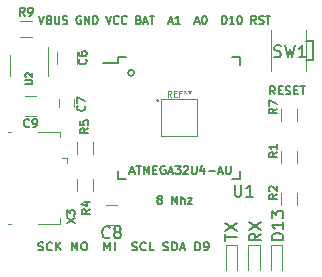
<source format=gbr>
G04 #@! TF.FileFunction,Legend,Top*
%FSLAX46Y46*%
G04 Gerber Fmt 4.6, Leading zero omitted, Abs format (unit mm)*
G04 Created by KiCad (PCBNEW 4.0.7) date 08/17/18 12:34:18*
%MOMM*%
%LPD*%
G01*
G04 APERTURE LIST*
%ADD10C,0.100000*%
%ADD11C,0.168750*%
%ADD12C,0.200000*%
%ADD13C,0.175000*%
%ADD14C,0.120000*%
%ADD15C,0.150000*%
%ADD16C,0.125000*%
G04 APERTURE END LIST*
D10*
D11*
X144971286Y-89151667D02*
X145196286Y-89851667D01*
X145421286Y-89151667D01*
X145871285Y-89485000D02*
X145967714Y-89518333D01*
X145999857Y-89551667D01*
X146032000Y-89618333D01*
X146032000Y-89718333D01*
X145999857Y-89785000D01*
X145967714Y-89818333D01*
X145903428Y-89851667D01*
X145646285Y-89851667D01*
X145646285Y-89151667D01*
X145871285Y-89151667D01*
X145935571Y-89185000D01*
X145967714Y-89218333D01*
X145999857Y-89285000D01*
X145999857Y-89351667D01*
X145967714Y-89418333D01*
X145935571Y-89451667D01*
X145871285Y-89485000D01*
X145646285Y-89485000D01*
X146321285Y-89151667D02*
X146321285Y-89718333D01*
X146353428Y-89785000D01*
X146385571Y-89818333D01*
X146449857Y-89851667D01*
X146578428Y-89851667D01*
X146642714Y-89818333D01*
X146674857Y-89785000D01*
X146707000Y-89718333D01*
X146707000Y-89151667D01*
X146996285Y-89818333D02*
X147092714Y-89851667D01*
X147253428Y-89851667D01*
X147317714Y-89818333D01*
X147349857Y-89785000D01*
X147382000Y-89718333D01*
X147382000Y-89651667D01*
X147349857Y-89585000D01*
X147317714Y-89551667D01*
X147253428Y-89518333D01*
X147124857Y-89485000D01*
X147060571Y-89451667D01*
X147028428Y-89418333D01*
X146996285Y-89351667D01*
X146996285Y-89285000D01*
X147028428Y-89218333D01*
X147060571Y-89185000D01*
X147124857Y-89151667D01*
X147285571Y-89151667D01*
X147382000Y-89185000D01*
X148539143Y-89185000D02*
X148474857Y-89151667D01*
X148378428Y-89151667D01*
X148282000Y-89185000D01*
X148217714Y-89251667D01*
X148185571Y-89318333D01*
X148153428Y-89451667D01*
X148153428Y-89551667D01*
X148185571Y-89685000D01*
X148217714Y-89751667D01*
X148282000Y-89818333D01*
X148378428Y-89851667D01*
X148442714Y-89851667D01*
X148539143Y-89818333D01*
X148571286Y-89785000D01*
X148571286Y-89551667D01*
X148442714Y-89551667D01*
X148860571Y-89851667D02*
X148860571Y-89151667D01*
X149246286Y-89851667D01*
X149246286Y-89151667D01*
X149567714Y-89851667D02*
X149567714Y-89151667D01*
X149728429Y-89151667D01*
X149824857Y-89185000D01*
X149889143Y-89251667D01*
X149921286Y-89318333D01*
X149953429Y-89451667D01*
X149953429Y-89551667D01*
X149921286Y-89685000D01*
X149889143Y-89751667D01*
X149824857Y-89818333D01*
X149728429Y-89851667D01*
X149567714Y-89851667D01*
X150660572Y-89151667D02*
X150885572Y-89851667D01*
X151110572Y-89151667D01*
X151721286Y-89785000D02*
X151689143Y-89818333D01*
X151592714Y-89851667D01*
X151528428Y-89851667D01*
X151432000Y-89818333D01*
X151367714Y-89751667D01*
X151335571Y-89685000D01*
X151303428Y-89551667D01*
X151303428Y-89451667D01*
X151335571Y-89318333D01*
X151367714Y-89251667D01*
X151432000Y-89185000D01*
X151528428Y-89151667D01*
X151592714Y-89151667D01*
X151689143Y-89185000D01*
X151721286Y-89218333D01*
X152396286Y-89785000D02*
X152364143Y-89818333D01*
X152267714Y-89851667D01*
X152203428Y-89851667D01*
X152107000Y-89818333D01*
X152042714Y-89751667D01*
X152010571Y-89685000D01*
X151978428Y-89551667D01*
X151978428Y-89451667D01*
X152010571Y-89318333D01*
X152042714Y-89251667D01*
X152107000Y-89185000D01*
X152203428Y-89151667D01*
X152267714Y-89151667D01*
X152364143Y-89185000D01*
X152396286Y-89218333D01*
X153424857Y-89485000D02*
X153521286Y-89518333D01*
X153553429Y-89551667D01*
X153585572Y-89618333D01*
X153585572Y-89718333D01*
X153553429Y-89785000D01*
X153521286Y-89818333D01*
X153457000Y-89851667D01*
X153199857Y-89851667D01*
X153199857Y-89151667D01*
X153424857Y-89151667D01*
X153489143Y-89185000D01*
X153521286Y-89218333D01*
X153553429Y-89285000D01*
X153553429Y-89351667D01*
X153521286Y-89418333D01*
X153489143Y-89451667D01*
X153424857Y-89485000D01*
X153199857Y-89485000D01*
X153842714Y-89651667D02*
X154164143Y-89651667D01*
X153778429Y-89851667D02*
X154003429Y-89151667D01*
X154228429Y-89851667D01*
X154357000Y-89151667D02*
X154742714Y-89151667D01*
X154549857Y-89851667D02*
X154549857Y-89151667D01*
X155964143Y-89651667D02*
X156285572Y-89651667D01*
X155899858Y-89851667D02*
X156124858Y-89151667D01*
X156349858Y-89851667D01*
X156928429Y-89851667D02*
X156542714Y-89851667D01*
X156735572Y-89851667D02*
X156735572Y-89151667D01*
X156671286Y-89251667D01*
X156607000Y-89318333D01*
X156542714Y-89351667D01*
X158214143Y-89651667D02*
X158535572Y-89651667D01*
X158149858Y-89851667D02*
X158374858Y-89151667D01*
X158599858Y-89851667D01*
X158953429Y-89151667D02*
X159017714Y-89151667D01*
X159082000Y-89185000D01*
X159114143Y-89218333D01*
X159146286Y-89285000D01*
X159178429Y-89418333D01*
X159178429Y-89585000D01*
X159146286Y-89718333D01*
X159114143Y-89785000D01*
X159082000Y-89818333D01*
X159017714Y-89851667D01*
X158953429Y-89851667D01*
X158889143Y-89818333D01*
X158857000Y-89785000D01*
X158824857Y-89718333D01*
X158792714Y-89585000D01*
X158792714Y-89418333D01*
X158824857Y-89285000D01*
X158857000Y-89218333D01*
X158889143Y-89185000D01*
X158953429Y-89151667D01*
X160496286Y-89851667D02*
X160496286Y-89151667D01*
X160657001Y-89151667D01*
X160753429Y-89185000D01*
X160817715Y-89251667D01*
X160849858Y-89318333D01*
X160882001Y-89451667D01*
X160882001Y-89551667D01*
X160849858Y-89685000D01*
X160817715Y-89751667D01*
X160753429Y-89818333D01*
X160657001Y-89851667D01*
X160496286Y-89851667D01*
X161524858Y-89851667D02*
X161139143Y-89851667D01*
X161332001Y-89851667D02*
X161332001Y-89151667D01*
X161267715Y-89251667D01*
X161203429Y-89318333D01*
X161139143Y-89351667D01*
X161942715Y-89151667D02*
X162007000Y-89151667D01*
X162071286Y-89185000D01*
X162103429Y-89218333D01*
X162135572Y-89285000D01*
X162167715Y-89418333D01*
X162167715Y-89585000D01*
X162135572Y-89718333D01*
X162103429Y-89785000D01*
X162071286Y-89818333D01*
X162007000Y-89851667D01*
X161942715Y-89851667D01*
X161878429Y-89818333D01*
X161846286Y-89785000D01*
X161814143Y-89718333D01*
X161782000Y-89585000D01*
X161782000Y-89418333D01*
X161814143Y-89285000D01*
X161846286Y-89218333D01*
X161878429Y-89185000D01*
X161942715Y-89151667D01*
X163357001Y-89851667D02*
X163132001Y-89518333D01*
X162971286Y-89851667D02*
X162971286Y-89151667D01*
X163228429Y-89151667D01*
X163292715Y-89185000D01*
X163324858Y-89218333D01*
X163357001Y-89285000D01*
X163357001Y-89385000D01*
X163324858Y-89451667D01*
X163292715Y-89485000D01*
X163228429Y-89518333D01*
X162971286Y-89518333D01*
X163614143Y-89818333D02*
X163710572Y-89851667D01*
X163871286Y-89851667D01*
X163935572Y-89818333D01*
X163967715Y-89785000D01*
X163999858Y-89718333D01*
X163999858Y-89651667D01*
X163967715Y-89585000D01*
X163935572Y-89551667D01*
X163871286Y-89518333D01*
X163742715Y-89485000D01*
X163678429Y-89451667D01*
X163646286Y-89418333D01*
X163614143Y-89351667D01*
X163614143Y-89285000D01*
X163646286Y-89218333D01*
X163678429Y-89185000D01*
X163742715Y-89151667D01*
X163903429Y-89151667D01*
X163999858Y-89185000D01*
X164192715Y-89151667D02*
X164578429Y-89151667D01*
X164385572Y-89851667D02*
X164385572Y-89151667D01*
D12*
X153035000Y-93980000D02*
G75*
G03X153035000Y-93980000I-254000J0D01*
G01*
D13*
X144922857Y-108995333D02*
X145030000Y-109028667D01*
X145208571Y-109028667D01*
X145280000Y-108995333D01*
X145315714Y-108962000D01*
X145351429Y-108895333D01*
X145351429Y-108828667D01*
X145315714Y-108762000D01*
X145280000Y-108728667D01*
X145208571Y-108695333D01*
X145065714Y-108662000D01*
X144994286Y-108628667D01*
X144958571Y-108595333D01*
X144922857Y-108528667D01*
X144922857Y-108462000D01*
X144958571Y-108395333D01*
X144994286Y-108362000D01*
X145065714Y-108328667D01*
X145244286Y-108328667D01*
X145351429Y-108362000D01*
X146101429Y-108962000D02*
X146065715Y-108995333D01*
X145958572Y-109028667D01*
X145887143Y-109028667D01*
X145780000Y-108995333D01*
X145708572Y-108928667D01*
X145672857Y-108862000D01*
X145637143Y-108728667D01*
X145637143Y-108628667D01*
X145672857Y-108495333D01*
X145708572Y-108428667D01*
X145780000Y-108362000D01*
X145887143Y-108328667D01*
X145958572Y-108328667D01*
X146065715Y-108362000D01*
X146101429Y-108395333D01*
X146422857Y-109028667D02*
X146422857Y-108328667D01*
X146851429Y-109028667D02*
X146530000Y-108628667D01*
X146851429Y-108328667D02*
X146422857Y-108728667D01*
X147744286Y-109028667D02*
X147744286Y-108328667D01*
X147994286Y-108828667D01*
X148244286Y-108328667D01*
X148244286Y-109028667D01*
X148744287Y-108328667D02*
X148887144Y-108328667D01*
X148958572Y-108362000D01*
X149030001Y-108428667D01*
X149065715Y-108562000D01*
X149065715Y-108795333D01*
X149030001Y-108928667D01*
X148958572Y-108995333D01*
X148887144Y-109028667D01*
X148744287Y-109028667D01*
X148672858Y-108995333D01*
X148601429Y-108928667D01*
X148565715Y-108795333D01*
X148565715Y-108562000D01*
X148601429Y-108428667D01*
X148672858Y-108362000D01*
X148744287Y-108328667D01*
X150530001Y-109028667D02*
X150530001Y-108328667D01*
X150780001Y-108828667D01*
X151030001Y-108328667D01*
X151030001Y-109028667D01*
X151387144Y-109028667D02*
X151387144Y-108328667D01*
X152851431Y-108995333D02*
X152958574Y-109028667D01*
X153137145Y-109028667D01*
X153208574Y-108995333D01*
X153244288Y-108962000D01*
X153280003Y-108895333D01*
X153280003Y-108828667D01*
X153244288Y-108762000D01*
X153208574Y-108728667D01*
X153137145Y-108695333D01*
X152994288Y-108662000D01*
X152922860Y-108628667D01*
X152887145Y-108595333D01*
X152851431Y-108528667D01*
X152851431Y-108462000D01*
X152887145Y-108395333D01*
X152922860Y-108362000D01*
X152994288Y-108328667D01*
X153172860Y-108328667D01*
X153280003Y-108362000D01*
X154030003Y-108962000D02*
X153994289Y-108995333D01*
X153887146Y-109028667D01*
X153815717Y-109028667D01*
X153708574Y-108995333D01*
X153637146Y-108928667D01*
X153601431Y-108862000D01*
X153565717Y-108728667D01*
X153565717Y-108628667D01*
X153601431Y-108495333D01*
X153637146Y-108428667D01*
X153708574Y-108362000D01*
X153815717Y-108328667D01*
X153887146Y-108328667D01*
X153994289Y-108362000D01*
X154030003Y-108395333D01*
X154708574Y-109028667D02*
X154351431Y-109028667D01*
X154351431Y-108328667D01*
X155494289Y-108995333D02*
X155601432Y-109028667D01*
X155780003Y-109028667D01*
X155851432Y-108995333D01*
X155887146Y-108962000D01*
X155922861Y-108895333D01*
X155922861Y-108828667D01*
X155887146Y-108762000D01*
X155851432Y-108728667D01*
X155780003Y-108695333D01*
X155637146Y-108662000D01*
X155565718Y-108628667D01*
X155530003Y-108595333D01*
X155494289Y-108528667D01*
X155494289Y-108462000D01*
X155530003Y-108395333D01*
X155565718Y-108362000D01*
X155637146Y-108328667D01*
X155815718Y-108328667D01*
X155922861Y-108362000D01*
X156244289Y-109028667D02*
X156244289Y-108328667D01*
X156422861Y-108328667D01*
X156530004Y-108362000D01*
X156601432Y-108428667D01*
X156637147Y-108495333D01*
X156672861Y-108628667D01*
X156672861Y-108728667D01*
X156637147Y-108862000D01*
X156601432Y-108928667D01*
X156530004Y-108995333D01*
X156422861Y-109028667D01*
X156244289Y-109028667D01*
X156958575Y-108828667D02*
X157315718Y-108828667D01*
X156887147Y-109028667D02*
X157137147Y-108328667D01*
X157387147Y-109028667D01*
X158208575Y-109028667D02*
X158208575Y-108328667D01*
X158387147Y-108328667D01*
X158494290Y-108362000D01*
X158565718Y-108428667D01*
X158601433Y-108495333D01*
X158637147Y-108628667D01*
X158637147Y-108728667D01*
X158601433Y-108862000D01*
X158565718Y-108928667D01*
X158494290Y-108995333D01*
X158387147Y-109028667D01*
X158208575Y-109028667D01*
X158994290Y-109028667D02*
X159137147Y-109028667D01*
X159208575Y-108995333D01*
X159244290Y-108962000D01*
X159315718Y-108862000D01*
X159351433Y-108728667D01*
X159351433Y-108462000D01*
X159315718Y-108395333D01*
X159280004Y-108362000D01*
X159208575Y-108328667D01*
X159065718Y-108328667D01*
X158994290Y-108362000D01*
X158958575Y-108395333D01*
X158922861Y-108462000D01*
X158922861Y-108628667D01*
X158958575Y-108695333D01*
X158994290Y-108728667D01*
X159065718Y-108762000D01*
X159208575Y-108762000D01*
X159280004Y-108728667D01*
X159315718Y-108695333D01*
X159351433Y-108628667D01*
D14*
X146795000Y-98970000D02*
X146795000Y-99420000D01*
X144945000Y-98970000D02*
X146795000Y-98970000D01*
X142395000Y-106770000D02*
X142645000Y-106770000D01*
X142395000Y-98970000D02*
X142645000Y-98970000D01*
X144945000Y-106770000D02*
X146795000Y-106770000D01*
X146795000Y-106770000D02*
X146795000Y-106320000D01*
X147345000Y-101170000D02*
X147345000Y-101620000D01*
X147345000Y-101170000D02*
X146895000Y-101170000D01*
X161790000Y-108555000D02*
X160790000Y-108555000D01*
X160790000Y-108555000D02*
X160790000Y-110655000D01*
X161790000Y-108555000D02*
X161790000Y-110655000D01*
D15*
X168216000Y-91275000D02*
X167616000Y-91275000D01*
X168216000Y-92875000D02*
X167616000Y-92875000D01*
X168216000Y-92925000D02*
X168216000Y-91225000D01*
D14*
X167566000Y-90325000D02*
X167566000Y-93825000D01*
X164666000Y-90325000D02*
X164666000Y-93825000D01*
X148170000Y-93210000D02*
X148170000Y-92210000D01*
X146470000Y-92210000D02*
X146470000Y-93210000D01*
X147920000Y-96170000D02*
X147920000Y-96870000D01*
X146720000Y-96870000D02*
X146720000Y-96170000D01*
X150630000Y-106895000D02*
X151630000Y-106895000D01*
X151630000Y-105195000D02*
X150630000Y-105195000D01*
X143772000Y-97624000D02*
X144772000Y-97624000D01*
X144772000Y-95924000D02*
X143772000Y-95924000D01*
X163695000Y-108555000D02*
X162695000Y-108555000D01*
X162695000Y-108555000D02*
X162695000Y-110655000D01*
X163695000Y-108555000D02*
X163695000Y-110655000D01*
X165600000Y-108555000D02*
X164600000Y-108555000D01*
X164600000Y-108555000D02*
X164600000Y-110655000D01*
X165600000Y-108555000D02*
X165600000Y-110655000D01*
X165436000Y-101592000D02*
X165436000Y-100592000D01*
X166796000Y-100592000D02*
X166796000Y-101592000D01*
X165436000Y-105148000D02*
X165436000Y-104148000D01*
X166796000Y-104148000D02*
X166796000Y-105148000D01*
X148164000Y-104005000D02*
X148164000Y-103005000D01*
X149524000Y-103005000D02*
X149524000Y-104005000D01*
X148164000Y-100830000D02*
X148164000Y-99830000D01*
X149524000Y-99830000D02*
X149524000Y-100830000D01*
X166796000Y-97036000D02*
X166796000Y-98036000D01*
X165436000Y-98036000D02*
X165436000Y-97036000D01*
X144391000Y-90977000D02*
X143391000Y-90977000D01*
X143391000Y-89617000D02*
X144391000Y-89617000D01*
D15*
X151670000Y-92615000D02*
X151670000Y-93190000D01*
X162020000Y-92615000D02*
X162020000Y-93290000D01*
X162020000Y-102965000D02*
X162020000Y-102290000D01*
X151670000Y-102965000D02*
X151670000Y-102290000D01*
X151670000Y-92615000D02*
X152345000Y-92615000D01*
X151670000Y-102965000D02*
X152345000Y-102965000D01*
X162020000Y-102965000D02*
X161345000Y-102965000D01*
X162020000Y-92615000D02*
X161345000Y-92615000D01*
X151670000Y-93190000D02*
X150395000Y-93190000D01*
D14*
X142535000Y-92445000D02*
X142535000Y-94245000D01*
X145755000Y-94245000D02*
X145755000Y-91795000D01*
D10*
X155158137Y-96363137D02*
G75*
G03X155158137Y-96363137I-113137J0D01*
G01*
X158395000Y-96240000D02*
X158395000Y-99340000D01*
X155295000Y-96240000D02*
X155295000Y-99340000D01*
X155295000Y-96240000D02*
X158395000Y-96240000D01*
X155295000Y-99340000D02*
X158395000Y-99340000D01*
D15*
X147317667Y-106738667D02*
X148017667Y-106272000D01*
X147317667Y-106272000D02*
X148017667Y-106738667D01*
X147317667Y-106072000D02*
X147317667Y-105638667D01*
X147584333Y-105872000D01*
X147584333Y-105772000D01*
X147617667Y-105705333D01*
X147651000Y-105672000D01*
X147717667Y-105638667D01*
X147884333Y-105638667D01*
X147951000Y-105672000D01*
X147984333Y-105705333D01*
X148017667Y-105772000D01*
X148017667Y-105972000D01*
X147984333Y-106038667D01*
X147951000Y-106072000D01*
X160742381Y-108203905D02*
X160742381Y-107632476D01*
X161742381Y-107918191D02*
X160742381Y-107918191D01*
X160742381Y-107394381D02*
X161742381Y-106727714D01*
X160742381Y-106727714D02*
X161742381Y-107394381D01*
X155130667Y-104691667D02*
X155064000Y-104658333D01*
X155030667Y-104625000D01*
X154997333Y-104558333D01*
X154997333Y-104525000D01*
X155030667Y-104458333D01*
X155064000Y-104425000D01*
X155130667Y-104391667D01*
X155264000Y-104391667D01*
X155330667Y-104425000D01*
X155364000Y-104458333D01*
X155397333Y-104525000D01*
X155397333Y-104558333D01*
X155364000Y-104625000D01*
X155330667Y-104658333D01*
X155264000Y-104691667D01*
X155130667Y-104691667D01*
X155064000Y-104725000D01*
X155030667Y-104758333D01*
X154997333Y-104825000D01*
X154997333Y-104958333D01*
X155030667Y-105025000D01*
X155064000Y-105058333D01*
X155130667Y-105091667D01*
X155264000Y-105091667D01*
X155330667Y-105058333D01*
X155364000Y-105025000D01*
X155397333Y-104958333D01*
X155397333Y-104825000D01*
X155364000Y-104758333D01*
X155330667Y-104725000D01*
X155264000Y-104691667D01*
X156230667Y-105091667D02*
X156230667Y-104391667D01*
X156464000Y-104891667D01*
X156697333Y-104391667D01*
X156697333Y-105091667D01*
X157030667Y-105091667D02*
X157030667Y-104391667D01*
X157330667Y-105091667D02*
X157330667Y-104725000D01*
X157297333Y-104658333D01*
X157230667Y-104625000D01*
X157130667Y-104625000D01*
X157064000Y-104658333D01*
X157030667Y-104691667D01*
X157597333Y-104625000D02*
X157964000Y-104625000D01*
X157597333Y-105091667D01*
X157964000Y-105091667D01*
X164909667Y-92606762D02*
X165052524Y-92654381D01*
X165290620Y-92654381D01*
X165385858Y-92606762D01*
X165433477Y-92559143D01*
X165481096Y-92463905D01*
X165481096Y-92368667D01*
X165433477Y-92273429D01*
X165385858Y-92225810D01*
X165290620Y-92178190D01*
X165100143Y-92130571D01*
X165004905Y-92082952D01*
X164957286Y-92035333D01*
X164909667Y-91940095D01*
X164909667Y-91844857D01*
X164957286Y-91749619D01*
X165004905Y-91702000D01*
X165100143Y-91654381D01*
X165338239Y-91654381D01*
X165481096Y-91702000D01*
X165814429Y-91654381D02*
X166052524Y-92654381D01*
X166243001Y-91940095D01*
X166433477Y-92654381D01*
X166671572Y-91654381D01*
X167576334Y-92654381D02*
X167004905Y-92654381D01*
X167290619Y-92654381D02*
X167290619Y-91654381D01*
X167195381Y-91797238D01*
X167100143Y-91892476D01*
X167004905Y-91940095D01*
X164972334Y-95820667D02*
X164739000Y-95487333D01*
X164572334Y-95820667D02*
X164572334Y-95120667D01*
X164839000Y-95120667D01*
X164905667Y-95154000D01*
X164939000Y-95187333D01*
X164972334Y-95254000D01*
X164972334Y-95354000D01*
X164939000Y-95420667D01*
X164905667Y-95454000D01*
X164839000Y-95487333D01*
X164572334Y-95487333D01*
X165272334Y-95454000D02*
X165505667Y-95454000D01*
X165605667Y-95820667D02*
X165272334Y-95820667D01*
X165272334Y-95120667D01*
X165605667Y-95120667D01*
X165872333Y-95787333D02*
X165972333Y-95820667D01*
X166139000Y-95820667D01*
X166205667Y-95787333D01*
X166239000Y-95754000D01*
X166272333Y-95687333D01*
X166272333Y-95620667D01*
X166239000Y-95554000D01*
X166205667Y-95520667D01*
X166139000Y-95487333D01*
X166005667Y-95454000D01*
X165939000Y-95420667D01*
X165905667Y-95387333D01*
X165872333Y-95320667D01*
X165872333Y-95254000D01*
X165905667Y-95187333D01*
X165939000Y-95154000D01*
X166005667Y-95120667D01*
X166172333Y-95120667D01*
X166272333Y-95154000D01*
X166572334Y-95454000D02*
X166805667Y-95454000D01*
X166905667Y-95820667D02*
X166572334Y-95820667D01*
X166572334Y-95120667D01*
X166905667Y-95120667D01*
X167105667Y-95120667D02*
X167505667Y-95120667D01*
X167305667Y-95820667D02*
X167305667Y-95120667D01*
X148967000Y-92826666D02*
X149000333Y-92860000D01*
X149033667Y-92960000D01*
X149033667Y-93026666D01*
X149000333Y-93126666D01*
X148933667Y-93193333D01*
X148867000Y-93226666D01*
X148733667Y-93260000D01*
X148633667Y-93260000D01*
X148500333Y-93226666D01*
X148433667Y-93193333D01*
X148367000Y-93126666D01*
X148333667Y-93026666D01*
X148333667Y-92960000D01*
X148367000Y-92860000D01*
X148400333Y-92826666D01*
X148333667Y-92226666D02*
X148333667Y-92360000D01*
X148367000Y-92426666D01*
X148400333Y-92460000D01*
X148500333Y-92526666D01*
X148633667Y-92560000D01*
X148900333Y-92560000D01*
X148967000Y-92526666D01*
X149000333Y-92493333D01*
X149033667Y-92426666D01*
X149033667Y-92293333D01*
X149000333Y-92226666D01*
X148967000Y-92193333D01*
X148900333Y-92160000D01*
X148733667Y-92160000D01*
X148667000Y-92193333D01*
X148633667Y-92226666D01*
X148600333Y-92293333D01*
X148600333Y-92426666D01*
X148633667Y-92493333D01*
X148667000Y-92526666D01*
X148733667Y-92560000D01*
X148840000Y-96763666D02*
X148873333Y-96797000D01*
X148906667Y-96897000D01*
X148906667Y-96963666D01*
X148873333Y-97063666D01*
X148806667Y-97130333D01*
X148740000Y-97163666D01*
X148606667Y-97197000D01*
X148506667Y-97197000D01*
X148373333Y-97163666D01*
X148306667Y-97130333D01*
X148240000Y-97063666D01*
X148206667Y-96963666D01*
X148206667Y-96897000D01*
X148240000Y-96797000D01*
X148273333Y-96763666D01*
X148206667Y-96530333D02*
X148206667Y-96063666D01*
X148906667Y-96363666D01*
X150963334Y-107902143D02*
X150915715Y-107949762D01*
X150772858Y-107997381D01*
X150677620Y-107997381D01*
X150534762Y-107949762D01*
X150439524Y-107854524D01*
X150391905Y-107759286D01*
X150344286Y-107568810D01*
X150344286Y-107425952D01*
X150391905Y-107235476D01*
X150439524Y-107140238D01*
X150534762Y-107045000D01*
X150677620Y-106997381D01*
X150772858Y-106997381D01*
X150915715Y-107045000D01*
X150963334Y-107092619D01*
X151534762Y-107425952D02*
X151439524Y-107378333D01*
X151391905Y-107330714D01*
X151344286Y-107235476D01*
X151344286Y-107187857D01*
X151391905Y-107092619D01*
X151439524Y-107045000D01*
X151534762Y-106997381D01*
X151725239Y-106997381D01*
X151820477Y-107045000D01*
X151868096Y-107092619D01*
X151915715Y-107187857D01*
X151915715Y-107235476D01*
X151868096Y-107330714D01*
X151820477Y-107378333D01*
X151725239Y-107425952D01*
X151534762Y-107425952D01*
X151439524Y-107473571D01*
X151391905Y-107521190D01*
X151344286Y-107616429D01*
X151344286Y-107806905D01*
X151391905Y-107902143D01*
X151439524Y-107949762D01*
X151534762Y-107997381D01*
X151725239Y-107997381D01*
X151820477Y-107949762D01*
X151868096Y-107902143D01*
X151915715Y-107806905D01*
X151915715Y-107616429D01*
X151868096Y-107521190D01*
X151820477Y-107473571D01*
X151725239Y-107425952D01*
X144155334Y-98524000D02*
X144122000Y-98557333D01*
X144022000Y-98590667D01*
X143955334Y-98590667D01*
X143855334Y-98557333D01*
X143788667Y-98490667D01*
X143755334Y-98424000D01*
X143722000Y-98290667D01*
X143722000Y-98190667D01*
X143755334Y-98057333D01*
X143788667Y-97990667D01*
X143855334Y-97924000D01*
X143955334Y-97890667D01*
X144022000Y-97890667D01*
X144122000Y-97924000D01*
X144155334Y-97957333D01*
X144488667Y-98590667D02*
X144622000Y-98590667D01*
X144688667Y-98557333D01*
X144722000Y-98524000D01*
X144788667Y-98424000D01*
X144822000Y-98290667D01*
X144822000Y-98024000D01*
X144788667Y-97957333D01*
X144755334Y-97924000D01*
X144688667Y-97890667D01*
X144555334Y-97890667D01*
X144488667Y-97924000D01*
X144455334Y-97957333D01*
X144422000Y-98024000D01*
X144422000Y-98190667D01*
X144455334Y-98257333D01*
X144488667Y-98290667D01*
X144555334Y-98324000D01*
X144688667Y-98324000D01*
X144755334Y-98290667D01*
X144788667Y-98257333D01*
X144822000Y-98190667D01*
X163774381Y-107608666D02*
X163298190Y-107942000D01*
X163774381Y-108180095D02*
X162774381Y-108180095D01*
X162774381Y-107799142D01*
X162822000Y-107703904D01*
X162869619Y-107656285D01*
X162964857Y-107608666D01*
X163107714Y-107608666D01*
X163202952Y-107656285D01*
X163250571Y-107703904D01*
X163298190Y-107799142D01*
X163298190Y-108180095D01*
X162774381Y-107275333D02*
X163774381Y-106608666D01*
X162774381Y-106608666D02*
X163774381Y-107275333D01*
X165679381Y-108148286D02*
X164679381Y-108148286D01*
X164679381Y-107910191D01*
X164727000Y-107767333D01*
X164822238Y-107672095D01*
X164917476Y-107624476D01*
X165107952Y-107576857D01*
X165250810Y-107576857D01*
X165441286Y-107624476D01*
X165536524Y-107672095D01*
X165631762Y-107767333D01*
X165679381Y-107910191D01*
X165679381Y-108148286D01*
X165679381Y-106624476D02*
X165679381Y-107195905D01*
X165679381Y-106910191D02*
X164679381Y-106910191D01*
X164822238Y-107005429D01*
X164917476Y-107100667D01*
X164965095Y-107195905D01*
X164679381Y-106291143D02*
X164679381Y-105672095D01*
X165060333Y-106005429D01*
X165060333Y-105862571D01*
X165107952Y-105767333D01*
X165155571Y-105719714D01*
X165250810Y-105672095D01*
X165488905Y-105672095D01*
X165584143Y-105719714D01*
X165631762Y-105767333D01*
X165679381Y-105862571D01*
X165679381Y-106148286D01*
X165631762Y-106243524D01*
X165584143Y-106291143D01*
X165162667Y-100700666D02*
X164829333Y-100934000D01*
X165162667Y-101100666D02*
X164462667Y-101100666D01*
X164462667Y-100834000D01*
X164496000Y-100767333D01*
X164529333Y-100734000D01*
X164596000Y-100700666D01*
X164696000Y-100700666D01*
X164762667Y-100734000D01*
X164796000Y-100767333D01*
X164829333Y-100834000D01*
X164829333Y-101100666D01*
X165162667Y-100034000D02*
X165162667Y-100434000D01*
X165162667Y-100234000D02*
X164462667Y-100234000D01*
X164562667Y-100300666D01*
X164629333Y-100367333D01*
X164662667Y-100434000D01*
X165162667Y-104256666D02*
X164829333Y-104490000D01*
X165162667Y-104656666D02*
X164462667Y-104656666D01*
X164462667Y-104390000D01*
X164496000Y-104323333D01*
X164529333Y-104290000D01*
X164596000Y-104256666D01*
X164696000Y-104256666D01*
X164762667Y-104290000D01*
X164796000Y-104323333D01*
X164829333Y-104390000D01*
X164829333Y-104656666D01*
X164529333Y-103990000D02*
X164496000Y-103956666D01*
X164462667Y-103890000D01*
X164462667Y-103723333D01*
X164496000Y-103656666D01*
X164529333Y-103623333D01*
X164596000Y-103590000D01*
X164662667Y-103590000D01*
X164762667Y-103623333D01*
X165162667Y-104023333D01*
X165162667Y-103590000D01*
X149287667Y-105526666D02*
X148954333Y-105760000D01*
X149287667Y-105926666D02*
X148587667Y-105926666D01*
X148587667Y-105660000D01*
X148621000Y-105593333D01*
X148654333Y-105560000D01*
X148721000Y-105526666D01*
X148821000Y-105526666D01*
X148887667Y-105560000D01*
X148921000Y-105593333D01*
X148954333Y-105660000D01*
X148954333Y-105926666D01*
X148821000Y-104926666D02*
X149287667Y-104926666D01*
X148554333Y-105093333D02*
X149054333Y-105260000D01*
X149054333Y-104826666D01*
X149160667Y-98668666D02*
X148827333Y-98902000D01*
X149160667Y-99068666D02*
X148460667Y-99068666D01*
X148460667Y-98802000D01*
X148494000Y-98735333D01*
X148527333Y-98702000D01*
X148594000Y-98668666D01*
X148694000Y-98668666D01*
X148760667Y-98702000D01*
X148794000Y-98735333D01*
X148827333Y-98802000D01*
X148827333Y-99068666D01*
X148460667Y-98035333D02*
X148460667Y-98368666D01*
X148794000Y-98402000D01*
X148760667Y-98368666D01*
X148727333Y-98302000D01*
X148727333Y-98135333D01*
X148760667Y-98068666D01*
X148794000Y-98035333D01*
X148860667Y-98002000D01*
X149027333Y-98002000D01*
X149094000Y-98035333D01*
X149127333Y-98068666D01*
X149160667Y-98135333D01*
X149160667Y-98302000D01*
X149127333Y-98368666D01*
X149094000Y-98402000D01*
X165162667Y-97017666D02*
X164829333Y-97251000D01*
X165162667Y-97417666D02*
X164462667Y-97417666D01*
X164462667Y-97151000D01*
X164496000Y-97084333D01*
X164529333Y-97051000D01*
X164596000Y-97017666D01*
X164696000Y-97017666D01*
X164762667Y-97051000D01*
X164796000Y-97084333D01*
X164829333Y-97151000D01*
X164829333Y-97417666D01*
X164462667Y-96784333D02*
X164462667Y-96317666D01*
X165162667Y-96617666D01*
X143774334Y-89163667D02*
X143541000Y-88830333D01*
X143374334Y-89163667D02*
X143374334Y-88463667D01*
X143641000Y-88463667D01*
X143707667Y-88497000D01*
X143741000Y-88530333D01*
X143774334Y-88597000D01*
X143774334Y-88697000D01*
X143741000Y-88763667D01*
X143707667Y-88797000D01*
X143641000Y-88830333D01*
X143374334Y-88830333D01*
X144107667Y-89163667D02*
X144241000Y-89163667D01*
X144307667Y-89130333D01*
X144341000Y-89097000D01*
X144407667Y-88997000D01*
X144441000Y-88863667D01*
X144441000Y-88597000D01*
X144407667Y-88530333D01*
X144374334Y-88497000D01*
X144307667Y-88463667D01*
X144174334Y-88463667D01*
X144107667Y-88497000D01*
X144074334Y-88530333D01*
X144041000Y-88597000D01*
X144041000Y-88763667D01*
X144074334Y-88830333D01*
X144107667Y-88863667D01*
X144174334Y-88897000D01*
X144307667Y-88897000D01*
X144374334Y-88863667D01*
X144407667Y-88830333D01*
X144441000Y-88763667D01*
X161544095Y-103465381D02*
X161544095Y-104274905D01*
X161591714Y-104370143D01*
X161639333Y-104417762D01*
X161734571Y-104465381D01*
X161925048Y-104465381D01*
X162020286Y-104417762D01*
X162067905Y-104370143D01*
X162115524Y-104274905D01*
X162115524Y-103465381D01*
X163115524Y-104465381D02*
X162544095Y-104465381D01*
X162829809Y-104465381D02*
X162829809Y-103465381D01*
X162734571Y-103608238D01*
X162639333Y-103703476D01*
X162544095Y-103751095D01*
X152705333Y-102351667D02*
X153038667Y-102351667D01*
X152638667Y-102551667D02*
X152872000Y-101851667D01*
X153105333Y-102551667D01*
X153238667Y-101851667D02*
X153638667Y-101851667D01*
X153438667Y-102551667D02*
X153438667Y-101851667D01*
X153872000Y-102551667D02*
X153872000Y-101851667D01*
X154105333Y-102351667D01*
X154338666Y-101851667D01*
X154338666Y-102551667D01*
X154672000Y-102185000D02*
X154905333Y-102185000D01*
X155005333Y-102551667D02*
X154672000Y-102551667D01*
X154672000Y-101851667D01*
X155005333Y-101851667D01*
X155671999Y-101885000D02*
X155605333Y-101851667D01*
X155505333Y-101851667D01*
X155405333Y-101885000D01*
X155338666Y-101951667D01*
X155305333Y-102018333D01*
X155271999Y-102151667D01*
X155271999Y-102251667D01*
X155305333Y-102385000D01*
X155338666Y-102451667D01*
X155405333Y-102518333D01*
X155505333Y-102551667D01*
X155571999Y-102551667D01*
X155671999Y-102518333D01*
X155705333Y-102485000D01*
X155705333Y-102251667D01*
X155571999Y-102251667D01*
X155971999Y-102351667D02*
X156305333Y-102351667D01*
X155905333Y-102551667D02*
X156138666Y-101851667D01*
X156371999Y-102551667D01*
X156538666Y-101851667D02*
X156971999Y-101851667D01*
X156738666Y-102118333D01*
X156838666Y-102118333D01*
X156905333Y-102151667D01*
X156938666Y-102185000D01*
X156971999Y-102251667D01*
X156971999Y-102418333D01*
X156938666Y-102485000D01*
X156905333Y-102518333D01*
X156838666Y-102551667D01*
X156638666Y-102551667D01*
X156571999Y-102518333D01*
X156538666Y-102485000D01*
X157238666Y-101918333D02*
X157272000Y-101885000D01*
X157338666Y-101851667D01*
X157505333Y-101851667D01*
X157572000Y-101885000D01*
X157605333Y-101918333D01*
X157638666Y-101985000D01*
X157638666Y-102051667D01*
X157605333Y-102151667D01*
X157205333Y-102551667D01*
X157638666Y-102551667D01*
X157938667Y-101851667D02*
X157938667Y-102418333D01*
X157972000Y-102485000D01*
X158005333Y-102518333D01*
X158072000Y-102551667D01*
X158205333Y-102551667D01*
X158272000Y-102518333D01*
X158305333Y-102485000D01*
X158338667Y-102418333D01*
X158338667Y-101851667D01*
X158972000Y-102085000D02*
X158972000Y-102551667D01*
X158805333Y-101818333D02*
X158638666Y-102318333D01*
X159072000Y-102318333D01*
X159338667Y-102285000D02*
X159872000Y-102285000D01*
X160172000Y-102351667D02*
X160505334Y-102351667D01*
X160105334Y-102551667D02*
X160338667Y-101851667D01*
X160572000Y-102551667D01*
X160805334Y-101851667D02*
X160805334Y-102418333D01*
X160838667Y-102485000D01*
X160872000Y-102518333D01*
X160938667Y-102551667D01*
X161072000Y-102551667D01*
X161138667Y-102518333D01*
X161172000Y-102485000D01*
X161205334Y-102418333D01*
X161205334Y-101851667D01*
X143816429Y-94945143D02*
X144302143Y-94945143D01*
X144359286Y-94916571D01*
X144387857Y-94888000D01*
X144416429Y-94830857D01*
X144416429Y-94716571D01*
X144387857Y-94659429D01*
X144359286Y-94630857D01*
X144302143Y-94602286D01*
X143816429Y-94602286D01*
X143873571Y-94345143D02*
X143845000Y-94316572D01*
X143816429Y-94259429D01*
X143816429Y-94116572D01*
X143845000Y-94059429D01*
X143873571Y-94030858D01*
X143930714Y-94002286D01*
X143987857Y-94002286D01*
X144073571Y-94030858D01*
X144416429Y-94373715D01*
X144416429Y-94002286D01*
D16*
X156178334Y-95996190D02*
X156011667Y-95758095D01*
X155892620Y-95996190D02*
X155892620Y-95496190D01*
X156083096Y-95496190D01*
X156130715Y-95520000D01*
X156154524Y-95543810D01*
X156178334Y-95591429D01*
X156178334Y-95662857D01*
X156154524Y-95710476D01*
X156130715Y-95734286D01*
X156083096Y-95758095D01*
X155892620Y-95758095D01*
X156392620Y-95734286D02*
X156559286Y-95734286D01*
X156630715Y-95996190D02*
X156392620Y-95996190D01*
X156392620Y-95496190D01*
X156630715Y-95496190D01*
X157011667Y-95734286D02*
X156845001Y-95734286D01*
X156845001Y-95996190D02*
X156845001Y-95496190D01*
X157083096Y-95496190D01*
X157345000Y-95496190D02*
X157345000Y-95615238D01*
X157225953Y-95567619D02*
X157345000Y-95615238D01*
X157464048Y-95567619D01*
X157273572Y-95710476D02*
X157345000Y-95615238D01*
X157416429Y-95710476D01*
X157725952Y-95496190D02*
X157725952Y-95615238D01*
X157606905Y-95567619D02*
X157725952Y-95615238D01*
X157845000Y-95567619D01*
X157654524Y-95710476D02*
X157725952Y-95615238D01*
X157797381Y-95710476D01*
M02*

</source>
